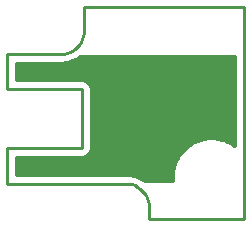
<source format=gbl>
%FSLAX24Y24*%
%MOIN*%
G70*
G01*
G75*
%ADD10C,0.0060*%
%ADD11C,0.0256*%
%ADD12R,0.1496X0.0472*%
%ADD13R,0.2480X0.0866*%
%ADD14R,0.1299X0.1122*%
%ADD15R,0.2362X0.0787*%
%ADD16R,0.0142X0.0394*%
%ADD17C,0.0142*%
%ADD18C,0.0100*%
%ADD19C,0.0260*%
D18*
X401278Y396130D02*
X401196Y396188D01*
X401110Y396240D01*
X401020Y396285D01*
X400927Y396323D01*
X400831Y396353D01*
X400733Y396376D01*
X400634Y396391D01*
X400534Y396399D01*
X400433Y396398D01*
X400333Y396389D01*
X400234Y396373D01*
X400136Y396349D01*
X400041Y396317D01*
X399948Y396278D01*
X399859Y396232D01*
X399774Y396179D01*
X399693Y396119D01*
X399617Y396054D01*
X399546Y395982D01*
X399481Y395905D01*
X399423Y395823D01*
X399371Y395737D01*
X399326Y395648D01*
X399288Y395555D01*
X399257Y395459D01*
X399234Y395361D01*
X399219Y395262D01*
X399212Y395161D01*
X399212Y395061D01*
X399221Y394961D01*
X398290Y394961D02*
X398208Y395017D01*
X398120Y395066D01*
X398029Y395106D01*
X397934Y395138D01*
X397837Y395160D01*
X397738Y395174D01*
X397638Y395179D01*
X395472Y398916D02*
X395572Y398920D01*
X395671Y398934D01*
X395769Y398957D01*
X395863Y398989D01*
X395955Y399029D01*
X396042Y399077D01*
X396125Y399134D01*
X396478Y398032D02*
X396463Y398123D01*
X396421Y398206D01*
X396356Y398272D01*
X396273Y398314D01*
X396181Y398328D01*
X396478Y398032D02*
X396463Y398123D01*
X396421Y398206D01*
X396356Y398272D01*
X396273Y398314D01*
X396181Y398328D01*
Y395766D02*
X396273Y395781D01*
X396356Y395823D01*
X396421Y395889D01*
X396463Y395971D01*
X396478Y396063D01*
X396181Y395766D02*
X396273Y395781D01*
X396356Y395823D01*
X396421Y395889D01*
X396463Y395971D01*
X396478Y396063D01*
X401240Y399134D02*
X401278Y399096D01*
X401198Y399134D02*
X401278Y399054D01*
X401155Y399134D02*
X401278Y399011D01*
X401113Y399134D02*
X401278Y398969D01*
X401071Y399134D02*
X401278Y398926D01*
X401028Y399134D02*
X401278Y398884D01*
X400986Y399134D02*
X401278Y398842D01*
X400943Y399134D02*
X401278Y398799D01*
X400901Y399134D02*
X401278Y398757D01*
X400858Y399134D02*
X401278Y398714D01*
X400816Y399134D02*
X401278Y398672D01*
X400774Y399134D02*
X401278Y398629D01*
X400731Y399134D02*
X401278Y398587D01*
X400689Y399134D02*
X401278Y398545D01*
X400646Y399134D02*
X401278Y398502D01*
X400604Y399134D02*
X401278Y398460D01*
X400561Y399134D02*
X401278Y398417D01*
X400519Y399134D02*
X401278Y398375D01*
X400477Y399134D02*
X401278Y398333D01*
X400434Y399134D02*
X401278Y398290D01*
X400392Y399134D02*
X401278Y398248D01*
X400349Y399134D02*
X401278Y398205D01*
X400307Y399134D02*
X401278Y398163D01*
X400264Y399134D02*
X401278Y398120D01*
X400222Y399134D02*
X401278Y398078D01*
X400180Y399134D02*
X401278Y398036D01*
X400137Y399134D02*
X401278Y397993D01*
X400095Y399134D02*
X401278Y397951D01*
X400052Y399134D02*
X401278Y397908D01*
X400010Y399134D02*
X401278Y397866D01*
X399967Y399134D02*
X401278Y397823D01*
X399925Y399134D02*
X401278Y397781D01*
X399883Y399134D02*
X401278Y397739D01*
X399840Y399134D02*
X401278Y397696D01*
X399798Y399134D02*
X401278Y397654D01*
X399755Y399134D02*
X401278Y397611D01*
X399713Y399134D02*
X401278Y397569D01*
X399671Y399134D02*
X401278Y397526D01*
X399628Y399134D02*
X401278Y397484D01*
X399586Y399134D02*
X401278Y397442D01*
X399543Y399134D02*
X401278Y397399D01*
X399501Y399134D02*
X401278Y397357D01*
X399458Y399134D02*
X401278Y397314D01*
X399416Y399134D02*
X401278Y397272D01*
X400634Y396391D02*
X401278Y397035D01*
X399374Y399134D02*
X401278Y397229D01*
X400514Y396399D02*
X401278Y397163D01*
X400472Y396399D02*
X401278Y397205D01*
X400428Y396398D02*
X401278Y397248D01*
X400595Y396395D02*
X401278Y397078D01*
X400555Y396398D02*
X401278Y397120D01*
X400383Y396395D02*
X401278Y397290D01*
X400744Y396374D02*
X401278Y396908D01*
X400335Y396390D02*
X401278Y397332D01*
X400813Y396358D02*
X401278Y396823D01*
X400779Y396367D02*
X401278Y396866D01*
X400286Y396382D02*
X401278Y397375D01*
X400234Y396373D02*
X401278Y397417D01*
X400179Y396360D02*
X401278Y397460D01*
X400708Y396381D02*
X401278Y396950D01*
X400672Y396387D02*
X401278Y396993D01*
X399331Y399134D02*
X401278Y397187D01*
X399289Y399134D02*
X401278Y397145D01*
X399246Y399134D02*
X401278Y397102D01*
X399204Y399134D02*
X401278Y397060D01*
X399161Y399134D02*
X401278Y397017D01*
X399119Y399134D02*
X401278Y396975D01*
X399077Y399134D02*
X401278Y396932D01*
X399034Y399134D02*
X401278Y396890D01*
X398992Y399134D02*
X401278Y396848D01*
X398949Y399134D02*
X401278Y396805D01*
X398907Y399134D02*
X401278Y396763D01*
X398864Y399134D02*
X401278Y396720D01*
X398822Y399134D02*
X401278Y396678D01*
X398780Y399134D02*
X401278Y396635D01*
X398737Y399134D02*
X401278Y396593D01*
X398695Y399134D02*
X401278Y396551D01*
X398652Y399134D02*
X401278Y396508D01*
X398610Y399134D02*
X401278Y396466D01*
X398567Y399134D02*
X401278Y396423D01*
X398525Y399134D02*
X401278Y396381D01*
X398016Y399134D02*
X400784Y396365D01*
X397973Y399134D02*
X400730Y396377D01*
X397931Y399134D02*
X400679Y396385D01*
X397889Y399134D02*
X400631Y396392D01*
X397846Y399134D02*
X400584Y396396D01*
X397804Y399134D02*
X400539Y396398D01*
X397761Y399134D02*
X400496Y396399D01*
X397719Y399134D02*
X400454Y396399D01*
X397677Y399134D02*
X400414Y396397D01*
X397634Y399134D02*
X400374Y396394D01*
X397592Y399134D02*
X400336Y396390D01*
X398483Y399134D02*
X401278Y396339D01*
X398440Y399134D02*
X401278Y396296D01*
X398186Y399134D02*
X401046Y396273D01*
X398143Y399134D02*
X400970Y396307D01*
X398101Y399134D02*
X400903Y396331D01*
X397549Y399134D02*
X400299Y396385D01*
X398058Y399134D02*
X400842Y396351D01*
X397507Y399134D02*
X400262Y396378D01*
X397464Y399134D02*
X400227Y396371D01*
X397422Y399134D02*
X400192Y396364D01*
X396478Y396733D02*
X398879Y399134D01*
X396478Y396690D02*
X398922Y399134D01*
X396478Y396775D02*
X398837Y399134D01*
X396478Y396817D02*
X398794Y399134D01*
X396478Y396860D02*
X398752Y399134D01*
X396478Y396945D02*
X398667Y399134D01*
X396478Y396902D02*
X398710Y399134D01*
X396478Y396987D02*
X398625Y399134D01*
X396478Y397029D02*
X398582Y399134D01*
X396478Y397072D02*
X398540Y399134D01*
X397422D02*
X400192Y396364D01*
X397379Y399134D02*
X400158Y396355D01*
X397337Y399134D02*
X400125Y396346D01*
X397295Y399134D02*
X400093Y396335D01*
X397252Y399134D02*
X400061Y396325D01*
X397210Y399134D02*
X400030Y396313D01*
X397167Y399134D02*
X400000Y396301D01*
X397125Y399134D02*
X399971Y396288D01*
X397082Y399134D02*
X399941Y396275D01*
X396478Y396648D02*
X398964Y399134D01*
X396478Y397114D02*
X398497Y399134D01*
X400846Y396349D02*
X401278Y396781D01*
X396478Y397157D02*
X398455Y399134D01*
X400911Y396329D02*
X401278Y396696D01*
X400879Y396339D02*
X401278Y396738D01*
X396478Y397242D02*
X398370Y399134D01*
X396478Y397199D02*
X398413Y399134D01*
X396478Y397284D02*
X398328Y399134D01*
X396478Y397327D02*
X398285Y399134D01*
X396478Y397369D02*
X398243Y399134D01*
X400120Y396344D02*
X401278Y397502D01*
X400942Y396318D02*
X401278Y396654D01*
X400056Y396323D02*
X401278Y397544D01*
X401060Y396266D02*
X401278Y396484D01*
X400973Y396306D02*
X401278Y396611D01*
X401032Y396280D02*
X401278Y396526D01*
X401002Y396293D02*
X401278Y396569D01*
X399986Y396295D02*
X401278Y397587D01*
X401088Y396252D02*
X401278Y396441D01*
X401116Y396237D02*
X401278Y396399D01*
X396478Y397836D02*
X397776Y399134D01*
X396478Y397793D02*
X397819Y399134D01*
X396478Y397878D02*
X397734Y399134D01*
X396478Y397920D02*
X397691Y399134D01*
X396478Y397963D02*
X397649Y399134D01*
X396478Y398047D02*
X397564Y399134D01*
X396478Y398005D02*
X397607Y399134D01*
X396473Y398085D02*
X397522Y399134D01*
X396465Y398119D02*
X397479Y399134D01*
X396453Y398150D02*
X397437Y399134D01*
X396478Y397454D02*
X398158Y399134D01*
X396478Y397411D02*
X398200Y399134D01*
X396478Y397496D02*
X398116Y399134D01*
X396478Y397539D02*
X398073Y399134D01*
X396478Y397581D02*
X398031Y399134D01*
X396478Y397666D02*
X397946Y399134D01*
X396478Y397623D02*
X397988Y399134D01*
X396478Y397708D02*
X397903Y399134D01*
X396478Y397751D02*
X397861Y399134D01*
X396478Y397751D02*
X397861Y399134D01*
X398398D02*
X401278Y396254D01*
X398355Y399134D02*
X401278Y396211D01*
X398313Y399134D02*
X401278Y396169D01*
Y396130D02*
Y399134D01*
X398270D02*
X401263Y396141D01*
X397427Y395179D02*
X401278Y399029D01*
X397040Y399134D02*
X399913Y396261D01*
X398228Y399134D02*
X401137Y396225D01*
X396998Y399134D02*
X399885Y396246D01*
X397385Y395179D02*
X401278Y399072D01*
X396955Y399134D02*
X399858Y396231D01*
X397300Y395179D02*
X401255Y399134D01*
X397258Y395179D02*
X401213Y399134D01*
X397215Y395179D02*
X401170Y399134D01*
X397342Y395179D02*
X401278Y399114D01*
X397173Y395179D02*
X401128Y399134D01*
X397130Y395179D02*
X401085Y399134D01*
X397088Y395179D02*
X401043Y399134D01*
X397045Y395179D02*
X401001Y399134D01*
X397003Y395179D02*
X400958Y399134D01*
X396961Y395179D02*
X400916Y399134D01*
X396913D02*
X399831Y396216D01*
X396918Y395179D02*
X400873Y399134D01*
X396876Y395179D02*
X400831Y399134D01*
X396870D02*
X399805Y396199D01*
X396828Y399134D02*
X399779Y396183D01*
X396785Y399134D02*
X399754Y396165D01*
X396743Y399134D02*
X399729Y396147D01*
X396701Y399134D02*
X399705Y396129D01*
X396658Y399134D02*
X399682Y396110D01*
X396616Y399134D02*
X399659Y396091D01*
X396833Y395179D02*
X400788Y399134D01*
X396791Y395179D02*
X400746Y399134D01*
X396749Y395179D02*
X400704Y399134D01*
X396706Y395179D02*
X400661Y399134D01*
X396664Y395179D02*
X400619Y399134D01*
X396621Y395179D02*
X400576Y399134D01*
X396579Y395179D02*
X400534Y399134D01*
X396536Y395179D02*
X400491Y399134D01*
X396494Y395179D02*
X400449Y399134D01*
X396451Y395179D02*
X400407Y399134D01*
X399906Y396257D02*
X401278Y397629D01*
X401143Y396222D02*
X401278Y396357D01*
X399807Y396200D02*
X401278Y397672D01*
X401195Y396189D02*
X401278Y396272D01*
X401169Y396206D02*
X401278Y396314D01*
X401221Y396172D02*
X401278Y396229D01*
X399624Y396060D02*
X401278Y397714D01*
X398202Y395020D02*
X401278Y398096D01*
X401245Y396154D02*
X401278Y396187D01*
X401270Y396136D02*
X401278Y396144D01*
X398254Y394987D02*
X401278Y398011D01*
X398228Y395004D02*
X401278Y398054D01*
X398176Y395036D02*
X401278Y398138D01*
X398482Y394961D02*
X401278Y397757D01*
X398355Y394961D02*
X401278Y397884D01*
X398312Y394961D02*
X401278Y397926D01*
X398278Y394969D02*
X401278Y397969D01*
X398440Y394961D02*
X401278Y397799D01*
X398397Y394961D02*
X401278Y397841D01*
X397721Y395176D02*
X401278Y398732D01*
X397681Y395178D02*
X401278Y398775D01*
X397639Y395179D02*
X401278Y398817D01*
X397797Y395167D02*
X401278Y398648D01*
X397760Y395172D02*
X401278Y398690D01*
X397555Y395179D02*
X401278Y398902D01*
X397512Y395179D02*
X401278Y398945D01*
X397470Y395179D02*
X401278Y398987D01*
X397937Y395137D02*
X401278Y398478D01*
X397597Y395179D02*
X401278Y398860D01*
X397903Y395146D02*
X401278Y398520D01*
X397869Y395154D02*
X401278Y398563D01*
X397834Y395161D02*
X401278Y398605D01*
X398001Y395116D02*
X401278Y398393D01*
X397969Y395127D02*
X401278Y398435D01*
X398092Y395079D02*
X401278Y398266D01*
X398062Y395092D02*
X401278Y398308D01*
X398032Y395105D02*
X401278Y398351D01*
X398148Y395051D02*
X401278Y398181D01*
X398120Y395066D02*
X401278Y398223D01*
X396573Y399134D02*
X399636Y396071D01*
X396531Y399134D02*
X399614Y396051D01*
X396453Y395944D02*
X399643Y399134D01*
X396488D02*
X399592Y396030D01*
X396472Y396006D02*
X399601Y399134D01*
X396478Y396223D02*
X399388Y399134D01*
X396478Y396054D02*
X399558Y399134D01*
X396453Y398152D02*
X399236Y395368D01*
X396472Y398089D02*
X399229Y395333D01*
X396478Y396063D02*
Y398032D01*
X396478Y398041D02*
X399223Y395296D01*
X396478Y397999D02*
X399219Y395258D01*
X396478Y397956D02*
X399215Y395219D01*
X396478Y397914D02*
X399212Y395179D01*
X396478Y397702D02*
X399219Y394961D01*
X396478Y397872D02*
X399211Y395138D01*
X396478Y397829D02*
X399211Y395096D01*
X396478Y397787D02*
X399213Y395052D01*
X396478Y397744D02*
X399216Y395006D01*
X396478Y397659D02*
X399177Y394961D01*
X396478Y397617D02*
X399134Y394961D01*
X396478Y397575D02*
X399092Y394961D01*
X396478Y397532D02*
X399050Y394961D01*
X396478Y397490D02*
X399007Y394961D01*
X396478Y397447D02*
X398965Y394961D01*
X396478Y397405D02*
X398922Y394961D01*
X396478Y397363D02*
X398880Y394961D01*
X396478Y397320D02*
X398837Y394961D01*
X396478Y397278D02*
X398795Y394961D01*
X396478Y397235D02*
X398753Y394961D01*
X396478Y397193D02*
X398710Y394961D01*
X396478Y397150D02*
X398668Y394961D01*
X396478Y397108D02*
X398625Y394961D01*
X396478Y397066D02*
X398583Y394961D01*
X396478Y397023D02*
X398540Y394961D01*
X396478Y396981D02*
X398498Y394961D01*
X396478Y396938D02*
X398456Y394961D01*
X396478Y396896D02*
X398413Y394961D01*
X396478Y396853D02*
X398371Y394961D01*
X396478Y396811D02*
X398328Y394961D01*
X398906D02*
X399221Y395275D01*
X398864Y394961D02*
X399228Y395325D01*
X398821Y394961D02*
X399237Y395377D01*
X399203Y394961D02*
X399219Y394976D01*
X399161Y394961D02*
X399215Y395015D01*
X399034Y394961D02*
X399211Y395138D01*
X398991Y394961D02*
X399213Y395182D01*
X398949Y394961D02*
X399216Y395228D01*
X399118Y394961D02*
X399213Y395055D01*
X399076Y394961D02*
X399211Y395096D01*
X398609Y394961D02*
X399353Y395704D01*
X398567Y394961D02*
X399410Y395804D01*
X398524Y394961D02*
X399550Y395986D01*
X398694Y394961D02*
X399287Y395554D01*
X398652Y394961D02*
X399315Y395624D01*
X398779Y394961D02*
X399250Y395432D01*
X398737Y394961D02*
X399266Y395490D01*
X396478Y396769D02*
X398274Y394972D01*
X398290Y394961D02*
X399221D01*
X396478Y396472D02*
X397780Y395169D01*
X396478Y396429D02*
X397732Y395175D01*
X396478Y396387D02*
X397687Y395178D01*
X396478Y396344D02*
X397644Y395179D01*
X396478Y396302D02*
X397601Y395179D01*
X396478Y396259D02*
X397559Y395179D01*
X396478Y396217D02*
X397516Y395179D01*
X396478Y396175D02*
X397474Y395179D01*
X396478Y396132D02*
X397431Y395179D01*
X396478Y396090D02*
X397389Y395179D01*
X396478Y396684D02*
X398075Y395087D01*
X396478Y396726D02*
X398159Y395045D01*
X396478Y396641D02*
X398004Y395115D01*
X396478Y396599D02*
X397941Y395135D01*
X396478Y396556D02*
X397884Y395150D01*
X396478Y396048D02*
X397346Y395179D01*
X396478Y396514D02*
X397830Y395161D01*
X396473Y396010D02*
X397304Y395179D01*
X396465Y395976D02*
X397262Y395179D01*
X396453Y395945D02*
X397219Y395179D01*
X396478Y396478D02*
X399134Y399134D01*
X396478Y396436D02*
X399176Y399134D01*
X396478Y396520D02*
X399091Y399134D01*
X396478Y396605D02*
X399007Y399134D01*
X396478Y396563D02*
X399049Y399134D01*
X396439Y398178D02*
X397394Y399134D01*
X396404Y398228D02*
X397310Y399134D01*
X396422Y398204D02*
X397352Y399134D01*
X396383Y398249D02*
X397267Y399134D01*
X396360Y398269D02*
X397225Y399134D01*
X396334Y398286D02*
X397182Y399134D01*
X396446D02*
X399571Y396009D01*
X396404Y399134D02*
X399551Y395987D01*
X396361Y399134D02*
X399530Y395965D01*
X396478Y396096D02*
X399516Y399134D01*
X396478Y396139D02*
X399473Y399134D01*
X396478Y396266D02*
X399346Y399134D01*
X396478Y396181D02*
X399431Y399134D01*
X396478Y396308D02*
X399304Y399134D01*
X396478Y396351D02*
X399261Y399134D01*
X396478Y396393D02*
X399219Y399134D01*
X396276Y398313D02*
X397097Y399134D01*
X396243Y398322D02*
X397055Y399134D01*
X396125D02*
X401278D01*
X396206Y398327D02*
X397013Y399134D01*
X396165Y398328D02*
X396970Y399134D01*
X396122Y398328D02*
X396928Y399134D01*
X396080Y398328D02*
X396885Y399134D01*
X396037Y398328D02*
X396843Y399134D01*
X395995Y398328D02*
X396800Y399134D01*
X395952Y398328D02*
X396758Y399134D01*
X396319D02*
X399511Y395942D01*
X396276Y399134D02*
X399492Y395918D01*
X396234Y399134D02*
X399473Y395895D01*
X396191Y399134D02*
X399455Y395870D01*
X396149Y399134D02*
X399437Y395845D01*
X396307Y398301D02*
X397140Y399134D01*
X396114Y399126D02*
X399420Y395820D01*
X395910Y398328D02*
X396716Y399134D01*
X395868Y398328D02*
X396673Y399134D01*
X395825Y398328D02*
X396631Y399134D01*
X395783Y398328D02*
X396588Y399134D01*
X395740Y398328D02*
X396546Y399134D01*
X395698Y398328D02*
X396503Y399134D01*
X395656Y398328D02*
X396461Y399134D01*
X395613Y398328D02*
X396419Y399134D01*
X395634Y398928D02*
X396239Y398323D01*
X395571Y398328D02*
X396376Y399134D01*
X395596Y398923D02*
X396191Y398328D01*
X395558Y398919D02*
X396148Y398328D01*
X396090Y399109D02*
X399404Y395794D01*
X396064Y399091D02*
X399388Y395768D01*
X395528Y398328D02*
X396334Y399134D01*
X395670Y398934D02*
X396301Y398303D01*
X395486Y398328D02*
X396291Y399134D01*
X395518Y398917D02*
X396106Y398328D01*
X395443D02*
X396249Y399134D01*
X395401Y398328D02*
X396206Y399134D01*
X395359Y398328D02*
X396164Y399134D01*
X395476Y398916D02*
X396064Y398328D01*
X395316D02*
X396113Y399125D01*
X395434Y398916D02*
X396021Y398328D01*
X395391Y398916D02*
X395979Y398328D01*
X395274D02*
X395996Y399050D01*
X395349Y398916D02*
X395936Y398328D01*
X395307Y398916D02*
X395894Y398328D01*
X395264Y398916D02*
X395852Y398328D01*
X395231D02*
X395912Y399009D01*
X395189Y398328D02*
X395841Y398980D01*
X393998Y398328D02*
X396181D01*
X393998Y395766D02*
X396181D01*
X395222Y398916D02*
X395809Y398328D01*
X395146D02*
X395778Y398960D01*
X395104Y398328D02*
X395720Y398944D01*
X395179Y398916D02*
X395767Y398328D01*
X395137Y398916D02*
X395724Y398328D01*
X395094Y398916D02*
X395682Y398328D01*
X395062D02*
X395666Y398933D01*
X395052Y398916D02*
X395639Y398328D01*
X395019D02*
X395616Y398925D01*
X395010Y398916D02*
X395597Y398328D01*
X394977D02*
X395568Y398920D01*
X394967Y398916D02*
X395555Y398328D01*
X394925Y398916D02*
X395512Y398328D01*
X394934D02*
X395523Y398917D01*
X394882Y398916D02*
X395470Y398328D01*
X394892D02*
X395479Y398916D01*
X394849Y398328D02*
X395437Y398916D01*
X394840D02*
X395427Y398328D01*
X394807D02*
X395394Y398916D01*
X394797D02*
X395385Y398328D01*
X394755Y398916D02*
X395342Y398328D01*
X394765D02*
X395352Y398916D01*
X394713D02*
X395300Y398328D01*
X394722D02*
X395310Y398916D01*
X394680Y398328D02*
X395267Y398916D01*
X394670D02*
X395258Y398328D01*
X394637D02*
X395225Y398916D01*
X394628D02*
X395215Y398328D01*
X393998Y398916D02*
X395472D01*
X394595Y398328D02*
X395182Y398916D01*
X394585D02*
X395173Y398328D01*
X394543Y398916D02*
X395130Y398328D01*
X394552D02*
X395140Y398916D01*
X394510Y398328D02*
X395097Y398916D01*
X394500D02*
X395088Y398328D01*
X394468D02*
X395055Y398916D01*
X394458D02*
X395045Y398328D01*
X394425D02*
X395013Y398916D01*
X394416D02*
X395003Y398328D01*
X394373Y398916D02*
X394961Y398328D01*
X394383D02*
X394970Y398916D01*
X394331D02*
X394918Y398328D01*
X394340D02*
X394928Y398916D01*
X394298Y398328D02*
X394885Y398916D01*
X394288D02*
X394876Y398328D01*
X394255D02*
X394843Y398916D01*
X394246D02*
X394833Y398328D01*
X394213D02*
X394800Y398916D01*
X393998Y398368D02*
X394546Y398916D01*
X393998Y398410D02*
X394503Y398916D01*
X393998Y398452D02*
X394461Y398916D01*
X393998Y398537D02*
X394376Y398916D01*
X393998Y398495D02*
X394419Y398916D01*
X393998Y398580D02*
X394334Y398916D01*
X393998Y398622D02*
X394291Y398916D01*
X393998Y398665D02*
X394249Y398916D01*
X394203D02*
X394791Y398328D01*
X394161Y398916D02*
X394748Y398328D01*
X394171D02*
X394758Y398916D01*
X394119D02*
X394706Y398328D01*
X394128D02*
X394716Y398916D01*
X394086Y398328D02*
X394673Y398916D01*
X394076D02*
X394664Y398328D01*
X394043D02*
X394631Y398916D01*
X394034D02*
X394621Y398328D01*
X394001D02*
X394588Y398916D01*
X393998Y398707D02*
X394206Y398916D01*
X393998Y398909D02*
X394579Y398328D01*
X393998Y398867D02*
X394536Y398328D01*
X393998Y398825D02*
X394494Y398328D01*
X393998Y398782D02*
X394451Y398328D01*
X393998Y398792D02*
X394122Y398916D01*
X393998Y398749D02*
X394164Y398916D01*
X393998Y398834D02*
X394079Y398916D01*
X393998Y398877D02*
X394037Y398916D01*
X393998Y398328D02*
Y398916D01*
Y398740D02*
X394409Y398328D01*
X393998Y398697D02*
X394367Y398328D01*
X393998Y398655D02*
X394324Y398328D01*
X393998Y398612D02*
X394282Y398328D01*
X393998Y398570D02*
X394239Y398328D01*
X393998Y398528D02*
X394197Y398328D01*
X393998Y398485D02*
X394154Y398328D01*
X393998Y398443D02*
X394112Y398328D01*
X393998Y398400D02*
X394070Y398328D01*
X393998Y398358D02*
X394027Y398328D01*
X396409Y395179D02*
X400364Y399134D01*
X396367Y395179D02*
X400322Y399134D01*
X396324Y395179D02*
X400279Y399134D01*
X396439Y395916D02*
X397177Y395179D01*
X396423Y395890D02*
X397134Y395179D01*
X396038Y399075D02*
X399372Y395741D01*
X396404Y395867D02*
X397092Y395179D01*
X396383Y395845D02*
X397050Y395179D01*
X396360Y395826D02*
X397007Y395179D01*
X396335Y395809D02*
X396965Y395179D01*
X396307Y395794D02*
X396922Y395179D01*
X396282D02*
X400237Y399134D01*
X396239Y395179D02*
X400195Y399134D01*
X396197Y395179D02*
X400152Y399134D01*
X396155Y395179D02*
X400110Y399134D01*
X396112Y395179D02*
X400067Y399134D01*
X396277Y395782D02*
X396880Y395179D01*
X396070D02*
X400025Y399134D01*
X396027Y395179D02*
X399982Y399134D01*
X396243Y395773D02*
X396837Y395179D01*
X396206Y395767D02*
X396795Y395179D01*
X396012Y399059D02*
X399358Y395713D01*
X395984Y399044D02*
X399343Y395685D01*
X395956Y399030D02*
X399330Y395656D01*
X395928Y399016D02*
X399316Y395627D01*
X395898Y399003D02*
X399304Y395597D01*
X395868Y398991D02*
X399292Y395567D01*
X395837Y398979D02*
X399281Y395535D01*
X395806Y398968D02*
X399270Y395503D01*
X395773Y398958D02*
X399261Y395471D01*
X395740Y398949D02*
X399251Y395438D01*
X395985Y395179D02*
X399940Y399134D01*
X395942Y395179D02*
X399897Y399134D01*
X395900Y395179D02*
X399855Y399134D01*
X395858Y395179D02*
X399813Y399134D01*
X395815Y395179D02*
X399770Y399134D01*
X395773Y395179D02*
X399728Y399134D01*
X395730Y395179D02*
X399685Y399134D01*
X395705Y398941D02*
X399243Y395403D01*
X395688Y395179D02*
X396300Y395791D01*
X395645Y395179D02*
X396238Y395772D01*
X396165Y395766D02*
X396753Y395179D01*
X396123Y395766D02*
X396710Y395179D01*
X396080Y395766D02*
X396668Y395179D01*
X396038Y395766D02*
X396625Y395179D01*
X395995Y395766D02*
X396583Y395179D01*
X395953Y395766D02*
X396540Y395179D01*
X395911Y395766D02*
X396498Y395179D01*
X395868Y395766D02*
X396456Y395179D01*
X395826Y395766D02*
X396413Y395179D01*
X395783Y395766D02*
X396371Y395179D01*
X395741Y395766D02*
X396328Y395179D01*
X395698Y395766D02*
X396286Y395179D01*
X395656Y395766D02*
X396243Y395179D01*
X395614Y395766D02*
X396201Y395179D01*
X395603D02*
X396191Y395766D01*
X395571Y395766D02*
X396159Y395179D01*
X395561D02*
X396148Y395766D01*
X395518Y395179D02*
X396106Y395766D01*
X395529D02*
X396116Y395179D01*
X395486Y395766D02*
X396074Y395179D01*
X395476D02*
X396063Y395766D01*
X395444D02*
X396031Y395179D01*
X395433D02*
X396021Y395766D01*
X395401D02*
X395989Y395179D01*
X395391D02*
X395978Y395766D01*
X395359D02*
X395946Y395179D01*
X395348D02*
X395936Y395766D01*
X395306Y395179D02*
X395893Y395766D01*
X395317D02*
X395904Y395179D01*
X395274Y395766D02*
X395862Y395179D01*
X395264D02*
X395851Y395766D01*
X395232D02*
X395819Y395179D01*
X395221D02*
X395809Y395766D01*
X395189D02*
X395777Y395179D01*
X393998D02*
X397638D01*
X395179D02*
X395766Y395766D01*
X395136Y395179D02*
X395724Y395766D01*
X395147D02*
X395734Y395179D01*
X395094D02*
X395681Y395766D01*
X395104D02*
X395692Y395179D01*
X395062Y395766D02*
X395649Y395179D01*
X395051D02*
X395639Y395766D01*
X395020D02*
X395607Y395179D01*
X395009D02*
X395596Y395766D01*
X394977D02*
X395565Y395179D01*
X394967D02*
X395554Y395766D01*
X394924Y395179D02*
X395512Y395766D01*
X394935D02*
X395522Y395179D01*
X394892Y395766D02*
X395480Y395179D01*
X394882D02*
X395469Y395766D01*
X394850D02*
X395437Y395179D01*
X394839D02*
X395427Y395766D01*
X394808D02*
X395395Y395179D01*
X394797D02*
X395384Y395766D01*
X394754Y395179D02*
X395342Y395766D01*
X394765D02*
X395352Y395179D01*
X394712D02*
X395299Y395766D01*
X394723D02*
X395310Y395179D01*
X394680Y395766D02*
X395268Y395179D01*
X394670D02*
X395257Y395766D01*
X394638D02*
X395225Y395179D01*
X394627D02*
X395215Y395766D01*
X394595D02*
X395183Y395179D01*
X394585D02*
X395172Y395766D01*
X394542Y395179D02*
X395130Y395766D01*
X394553D02*
X395140Y395179D01*
X394511Y395766D02*
X395098Y395179D01*
X394500D02*
X395087Y395766D01*
X394468D02*
X395056Y395179D01*
X394457D02*
X395045Y395766D01*
X394426D02*
X395013Y395179D01*
X394415D02*
X395002Y395766D01*
X394383D02*
X394971Y395179D01*
X394373D02*
X394960Y395766D01*
X394330Y395179D02*
X394918Y395766D01*
X394341D02*
X394928Y395179D01*
X394298Y395766D02*
X394886Y395179D01*
X394288D02*
X394875Y395766D01*
X394256D02*
X394843Y395179D01*
X394245D02*
X394833Y395766D01*
X394214D02*
X394801Y395179D01*
X394203D02*
X394790Y395766D01*
X393998Y395228D02*
X394536Y395766D01*
X393998Y395270D02*
X394493Y395766D01*
X393998Y395270D02*
X394493Y395766D01*
X393998Y395355D02*
X394408Y395766D01*
X393998Y395313D02*
X394451Y395766D01*
X393998Y395398D02*
X394366Y395766D01*
X393998Y395440D02*
X394324Y395766D01*
X393998Y395483D02*
X394281Y395766D01*
X394160Y395179D02*
X394748Y395766D01*
X394171D02*
X394759Y395179D01*
X394118D02*
X394705Y395766D01*
X394129D02*
X394716Y395179D01*
X394086Y395766D02*
X394674Y395179D01*
X394076D02*
X394663Y395766D01*
X394044D02*
X394631Y395179D01*
X394033D02*
X394621Y395766D01*
X394001D02*
X394589Y395179D01*
X393998Y395186D02*
X394578Y395766D01*
X393998Y395567D02*
X394196Y395766D01*
X393998Y395525D02*
X394239Y395766D01*
X393998Y395728D02*
X394546Y395179D01*
X393998Y395685D02*
X394504Y395179D01*
X393998Y395643D02*
X394462Y395179D01*
X393998Y395652D02*
X394112Y395766D01*
X393998Y395610D02*
X394154Y395766D01*
X393998Y395695D02*
X394069Y395766D01*
X393998Y395737D02*
X394027Y395766D01*
X393998Y395179D02*
Y395766D01*
Y395600D02*
X394419Y395179D01*
X393998Y395558D02*
X394377Y395179D01*
X393998Y395515D02*
X394334Y395179D01*
X393998Y395473D02*
X394292Y395179D01*
X393998Y395431D02*
X394249Y395179D01*
X393998Y395388D02*
X394207Y395179D01*
X393998Y395346D02*
X394165Y395179D01*
X393998Y395303D02*
X394122Y395179D01*
X393998Y395261D02*
X394080Y395179D01*
X393998Y395218D02*
X394037Y395179D01*
X398425Y394095D02*
X398418Y394197D01*
X398398Y394298D01*
X398365Y394396D01*
X398320Y394488D01*
X398262Y394574D01*
X398195Y394651D01*
X398117Y394719D01*
X398032Y394776D01*
X397939Y394822D01*
X397842Y394855D01*
X397741Y394875D01*
X397638Y394882D01*
X395472Y399213D02*
X395575Y399219D01*
X395676Y399239D01*
X395774Y399273D01*
X395866Y399318D01*
X395952Y399375D01*
X396029Y399443D01*
X396097Y399521D01*
X396154Y399606D01*
X396200Y399699D01*
X396233Y399796D01*
X396253Y399897D01*
X396260Y400000D01*
X393701Y394882D02*
X397638D01*
X398425Y393701D02*
Y394095D01*
X393701Y399213D02*
X395472D01*
X393701Y398032D02*
X396181D01*
X393701Y396063D02*
X396181D01*
X393701Y398032D02*
Y399213D01*
Y394882D02*
Y396063D01*
X396181D02*
Y398032D01*
X398425Y393701D02*
X401575D01*
Y400787D01*
X396260D02*
X401575D01*
X396260Y400000D02*
Y400787D01*
D19*
X398346Y398386D02*
D03*
Y398976D02*
D03*
X399488Y398386D02*
D03*
Y398976D02*
D03*
X397638Y398701D02*
D03*
Y398346D02*
D03*
Y397992D02*
D03*
Y395394D02*
D03*
Y395748D02*
D03*
Y396102D02*
D03*
M02*

</source>
